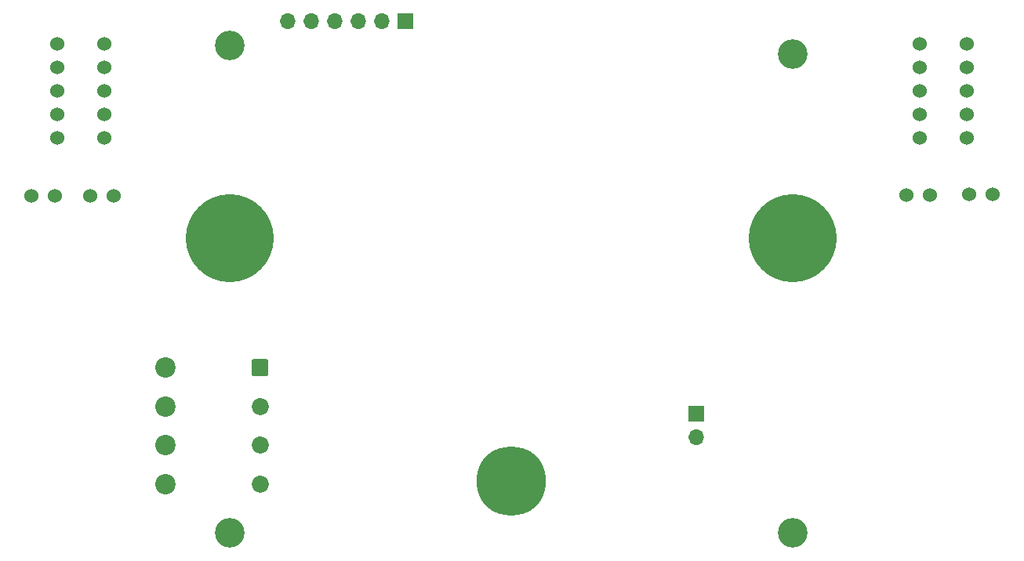
<source format=gbs>
%TF.GenerationSoftware,KiCad,Pcbnew,(5.1.12)-1*%
%TF.CreationDate,2022-01-20T14:44:59+01:00*%
%TF.ProjectId,KieraV2,4b696572-6156-4322-9e6b-696361645f70,rev?*%
%TF.SameCoordinates,Original*%
%TF.FileFunction,Soldermask,Bot*%
%TF.FilePolarity,Negative*%
%FSLAX46Y46*%
G04 Gerber Fmt 4.6, Leading zero omitted, Abs format (unit mm)*
G04 Created by KiCad (PCBNEW (5.1.12)-1) date 2022-01-20 14:44:59*
%MOMM*%
%LPD*%
G01*
G04 APERTURE LIST*
%ADD10O,1.700000X1.700000*%
%ADD11R,1.700000X1.700000*%
%ADD12C,1.524000*%
%ADD13C,2.200000*%
%ADD14C,1.850000*%
%ADD15C,3.200000*%
%ADD16C,9.500000*%
%ADD17C,7.500000*%
G04 APERTURE END LIST*
D10*
%TO.C,J2*%
X133860000Y-92375000D03*
X136400000Y-92375000D03*
X138940000Y-92375000D03*
X141480000Y-92375000D03*
X144020000Y-92375000D03*
D11*
X146560000Y-92375000D03*
%TD*%
D12*
%TO.C,SW1*%
X114015000Y-105030000D03*
X114015000Y-102490000D03*
X114015000Y-99950000D03*
X114015000Y-97410000D03*
X114015000Y-94870000D03*
X108935000Y-94870000D03*
X108935000Y-97410000D03*
X108935000Y-99950000D03*
X108935000Y-102490000D03*
X108935000Y-105030000D03*
%TD*%
D13*
%TO.C,J1*%
X120650000Y-142450000D03*
X120650000Y-138250000D03*
X120650000Y-134050000D03*
X120650000Y-129850000D03*
D14*
X130850000Y-142450000D03*
X130850000Y-138250000D03*
X130850000Y-134050000D03*
G36*
G01*
X130174999Y-128925000D02*
X131525001Y-128925000D01*
G75*
G02*
X131775000Y-129174999I0J-249999D01*
G01*
X131775000Y-130525001D01*
G75*
G02*
X131525001Y-130775000I-249999J0D01*
G01*
X130174999Y-130775000D01*
G75*
G02*
X129925000Y-130525001I0J249999D01*
G01*
X129925000Y-129174999D01*
G75*
G02*
X130174999Y-128925000I249999J0D01*
G01*
G37*
%TD*%
D15*
%TO.C,MH7*%
X127600000Y-95000000D03*
%TD*%
%TO.C,MH6*%
X188400000Y-96000000D03*
%TD*%
%TO.C,MH5*%
X188400000Y-147700000D03*
%TD*%
%TO.C,MH4*%
X127600000Y-147700000D03*
%TD*%
D16*
%TO.C,MH3*%
X188400000Y-115825000D03*
%TD*%
%TO.C,MH2*%
X127600000Y-115825000D03*
%TD*%
D17*
%TO.C,MH1*%
X158000000Y-142075000D03*
%TD*%
D12*
%TO.C,SW2*%
X202060000Y-94895000D03*
X202060000Y-97435000D03*
X202060000Y-99975000D03*
X202060000Y-102515000D03*
X202060000Y-105055000D03*
X207140000Y-105055000D03*
X207140000Y-102515000D03*
X207140000Y-99975000D03*
X207140000Y-97435000D03*
X207140000Y-94895000D03*
%TD*%
%TO.C,SW6*%
X106175000Y-111325000D03*
X108715000Y-111325000D03*
%TD*%
%TO.C,SW5*%
X115015000Y-111325000D03*
X112475000Y-111325000D03*
%TD*%
%TO.C,SW4*%
X200630000Y-111200000D03*
X203170000Y-111200000D03*
%TD*%
%TO.C,SW3*%
X209970000Y-111150000D03*
X207430000Y-111150000D03*
%TD*%
D10*
%TO.C,JP1*%
X177925000Y-137365000D03*
D11*
X177925000Y-134825000D03*
%TD*%
M02*

</source>
